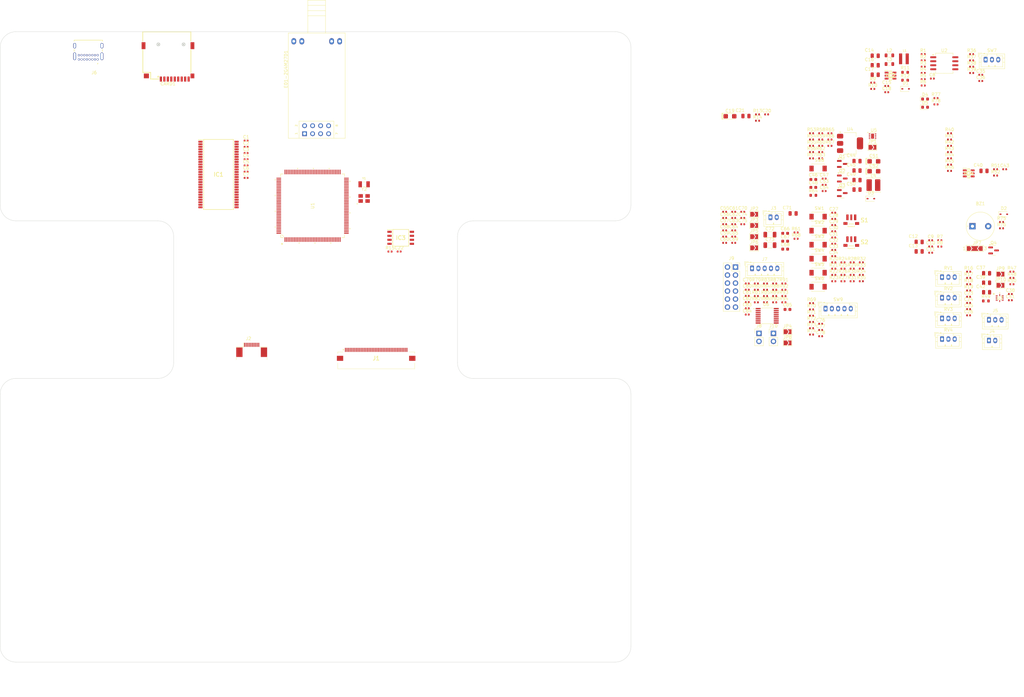
<source format=kicad_pcb>
(kicad_pcb (version 20241229) (generator "pcbnew") (generator_version "9.0")
  (layers (0 "F.Cu" signal) (2 "B.Cu" signal) (13 "F.Paste" user) (15 "B.Paste" user) (5 "F.SilkS" user "F.Silkscreen") (7 "B.SilkS" user "B.Silkscreen") (1 "F.Mask" user) (3 "B.Mask" user) (25 "Edge.Cuts" user))
  (property "BOARD_NAME" "Transmitter")
  (property "COMPANY" "TBD")
  (property "DESIGNER" "Emil Bugajski")
  (property "DOC_TYPE" "Fabrication")
  (property "PROJECT_NAME" "RC Piper")
  (property "RELEASE_DATE" "TBD")
  (property "REVIEWER" "Emil Bugajski")
  (property "REVISION" "0.1")
  (property "VARIANT" "Prototype")
  (net 0 "")
  (net 8 "Net-(BZ1--)")
  (net 9 "Net-(BZ1-+)")
  (net 10 "BLGND")
  (net 11 "BLVDD")
  (net 12 "Net-(IC2-COMP)")
  (net 13 "Net-(C27-Pad1)")
  (net 14 "Net-(C28-Pad1)")
  (net 15 "Net-(C29-Pad1)")
  (net 16 "Net-(C30-Pad1)")
  (net 17 "Net-(C31-Pad1)")
  (net 18 "Net-(C32-Pad1)")
  (net 19 "Net-(C33-Pad1)")
  (net 20 "Net-(C34-Pad1)")
  (net 21 "Net-(SW7-4)")
  (net 22 "Net-(C36-Pad1)")
  (net 23 "VBUS")
  (net 24 "Net-(U3-VDD)")
  (net 25 "VSYS")
  (net 26 "+BATT")
  (net 27 "VSYS_SW")
  (net 28 "Net-(Q1-G)")
  (net 29 "Net-(Q3-G)")
  (net 30 "Net-(D3-K)")
  (net 31 "Net-(U5-FB)")
  (net 32 "+5V")
  (net 33 "VBAT")
  (net 34 "VREF")
  (net 35 "GNDA")
  (net 36 "VDDA")
  (net 37 "VCAP")
  (net 38 "Net-(C78-Pad1)")
  (net 39 "Net-(C81-Pad1)")
  (net 40 "Net-(C82-Pad1)")
  (net 41 "Net-(C83-Pad1)")
  (net 42 "Net-(C84-Pad1)")
  (net 43 "Net-(CARD1-PadCD)")
  (net 44 "GND")
  (net 45 "+3.3V")
  (net 46 "/Project Architecture/LCD - Backlight/BLHV")
  (net 47 "/Project Architecture/Power - Generation and Switch/uC_CTRL")
  (net 48 "Net-(D4-A)")
  (net 49 "Net-(D5-K)")
  (net 52 "/Project Architecture/Interface - RF Transmitter/SPI5_MOSI")
  (net 56 "/Project Architecture/Interface - RF Transmitter/RF_IRQ")
  (net 58 "/Project Architecture/MCU - IO/FMC_D2")
  (net 59 "/Project Architecture/MCU - IO/FMC_D0")
  (net 60 "/Project Architecture/MCU - IO/FMC_SDNRAS")
  (net 61 "/Project Architecture/MCU - IO/FMC_A11")
  (net 62 "/Project Architecture/MCU - IO/FMC_D6")
  (net 63 "/Project Architecture/MCU - IO/FMC_D11")
  (net 64 "/Project Architecture/MCU - IO/FMC_A7")
  (net 65 "/Project Architecture/MCU - IO/FMC_A5")
  (net 66 "/Project Architecture/MCU - IO/FMC_SDNE0")
  (net 67 "/Project Architecture/MCU - IO/FMC_SDNWE")
  (net 68 "/Project Architecture/MCU - IO/FMC_D10")
  (net 69 "/Project Architecture/MCU - IO/FMC_A8")
  (net 70 "/Project Architecture/MCU - IO/FMC_A0")
  (net 71 "/Project Architecture/MCU - IO/FMC_D9")
  (net 72 "/Project Architecture/MCU - IO/FMC_A9")
  (net 73 "/Project Architecture/MCU - IO/FMC_D12")
  (net 74 "/Project Architecture/MCU - IO/FMC_A4")
  (net 76 "/Project Architecture/MCU - IO/FMC_D1")
  (net 77 "/Project Architecture/MCU - IO/FMC_D4")
  (net 78 "/Project Architecture/MCU - IO/FMC_D3")
  (net 79 "/Project Architecture/MCU - IO/FMC_BA1")
  (net 80 "/Project Architecture/MCU - IO/FMC_D7")
  (net 82 "/Project Architecture/MCU - IO/FMC_BA0")
  (net 83 "/Project Architecture/MCU - IO/FMC_A3")
  (net 84 "/Project Architecture/MCU - IO/FMC_NBL1")
  (net 85 "/Project Architecture/MCU - IO/FMC_SDCKE0")
  (net 86 "/Project Architecture/MCU - IO/FMC_D5")
  (net 87 "/Project Architecture/MCU - IO/FMC_D15")
  (net 88 "/Project Architecture/MCU - IO/FMC_D8")
  (net 89 "/Project Architecture/MCU - IO/FMC_A1")
  (net 90 "/Project Architecture/MCU - IO/FMC_SDNCAS")
  (net 91 "/Project Architecture/MCU - IO/FMC_A10")
  (net 92 "/Project Architecture/MCU - IO/FMC_A6")
  (net 93 "/Project Architecture/MCU - IO/FMC_A2")
  (net 94 "/Project Architecture/MCU - IO/FMC_D14")
  (net 95 "/Project Architecture/MCU - IO/FMC_D13")
  (net 96 "/Project Architecture/MCU - IO/FMC_NBL0")
  (net 97 "/Project Architecture/MCU - IO/FMC_SDCLK")
  (net 99 "/Project Architecture/Interface - RF Transmitter/RF_CE")
  (net 100 "/Project Architecture/Interface - RF Transmitter/SPI5_NSS")
  (net 101 "/Project Architecture/Interface - RF Transmitter/SPI5_MISO")
  (net 103 "/Project Architecture/Interface - RF Transmitter/SPI5_SCK")
  (net 104 "/Project Architecture/LCD - Connectors/LTDC_R7")
  (net 105 "/Project Architecture/LCD - Connectors/LTDC_R6")
  (net 106 "/Project Architecture/LCD - Connectors/LTDC_G4")
  (net 107 "/Project Architecture/LCD - Connectors/LTDC_B5")
  (net 108 "/Project Architecture/LCD - Connectors/LTDC_B7")
  (net 109 "/Project Architecture/LCD - Connectors/LTDC_G6")
  (net 110 "/Project Architecture/LCD - Connectors/LTDC_R0")
  (net 111 "/Project Architecture/LCD - Connectors/LTDC_R4")
  (net 112 "/Project Architecture/LCD - Connectors/LTDC_G5")
  (net 113 "/Project Architecture/LCD - Connectors/LTDC_CLK")
  (net 114 "/Project Architecture/LCD - Connectors/LTDC_G1")
  (net 115 "/Project Architecture/LCD - Connectors/LTDC_VSYNC")
  (net 116 "/Project Architecture/LCD - Connectors/LTDC_R2")
  (net 117 "/Project Architecture/LCD - Connectors/LTDC_B0")
  (net 118 "/Project Architecture/LCD - Connectors/LTDC_G7")
  (net 119 "/Project Architecture/LCD - Connectors/LTDC_B3")
  (net 120 "/Project Architecture/LCD - Connectors/LTDC_R1")
  (net 121 "/Project Architecture/LCD - Connectors/LTDC_R3")
  (net 122 "/Project Architecture/LCD - Connectors/LTDC_B4")
  (net 123 "/Project Architecture/LCD - Connectors/LTDC_R5")
  (net 124 "/Project Architecture/LCD - Connectors/LTDC_B1")
  (net 125 "/Project Architecture/LCD - Connectors/LTDC_DE")
  (net 126 "/Project Architecture/LCD - Connectors/LTDC_G3")
  (net 127 "/Project Architecture/LCD - Connectors/LTDC_G2")
  (net 128 "/Project Architecture/LCD - Connectors/LCD_DISP")
  (net 129 "/Project Architecture/LCD - Connectors/LTDC_G0")
  (net 130 "/Project Architecture/LCD - Connectors/LTDC_B2")
  (net 131 "/Project Architecture/LCD - Connectors/LTDC_HSYNC")
  (net 132 "/Project Architecture/LCD - Connectors/LTDC_B6")
  (net 133 "Net-(U2-A0)")
  (net 134 "Net-(U2-A1)")
  (net 135 "Net-(U2-A2)")
  (net 136 "Net-(U2-WP)")
  (net 137 "/Project Architecture/Memory - EEPROM/EEPROM_SDA")
  (net 138 "/Project Architecture/LCD - Connectors/I2C3_SDA")
  (net 139 "/Project Architecture/Memory - EEPROM/EEPROM_SCL")
  (net 140 "/Project Architecture/LCD - Connectors/I2C3_SCL")
  (net 141 "/Project Architecture/MCU - IO/TIM2_CH1")
  (net 142 "/Project Architecture/MCU - IO/SDMMC2_D3")
  (net 143 "/Project Architecture/MCU - IO/SDMMC2_D1")
  (net 144 "/Project Architecture/MCU - IO/ADC1_INP8")
  (net 145 "/Project Architecture/MCU - IO/ADC1_INP4")
  (net 146 "/Project Architecture/MCU - IO/ADC1_INP16")
  (net 147 "/Project Architecture/MCU - IO/SDMMC2_CK")
  (net 148 "/Project Architecture/MCU - IO/QUADSPI_CLK")
  (net 149 "/Project Architecture/MCU - IO/SDMMC2_D2")
  (net 150 "/Project Architecture/MCU - IO/QUADSPI_BK1_NCS")
  (net 151 "/Project Architecture/MCU - IO/QUADSPI_BK1_IO1")
  (net 152 "/Project Architecture/MCU - IO/ADC1_INP7")
  (net 153 "/Project Architecture/MCU - IO/SDMMC2_CMD")
  (net 154 "/Project Architecture/MCU - IO/QUADSPI_BK1_IO2")
  (net 155 "/Project Architecture/MCU - IO/QUADSPI_BK1_IO0")
  (net 156 "/Project Architecture/MCU - IO/TIM2_CH2")
  (net 157 "/Project Architecture/MCU - IO/QUADSPI_BK1_IO3")
  (net 158 "/Project Architecture/LCD - Backlight/LCD_BACKLIGHT_V+")
  (net 159 "/Project Architecture/LCD - Backlight/LCD_BACKLIGHT_V-")
  (net 161 "/Project Architecture/LCD - Connectors/CTP_RESET")
  (net 163 "/Project Architecture/LCD - Backlight/CTRL")
  (net 164 "/Project Architecture/Interface - USB FS/USB_OTG_FS_DP")
  (net 165 "/Project Architecture/Interface - USB FS/DM")
  (net 166 "/Project Architecture/Interface - USB FS/DP")
  (net 167 "/Project Architecture/Interface - USB FS/USB_OTG_FS_DM")
  (net 170 "/Project Architecture/LCD - Connectors/CTP_IRQ")
  (net 171 "Net-(J3-Pin_1)")
  (net 172 "/Project Architecture/Power - Battery/NTC_BATT")
  (net 174 "Net-(J6-CC1)")
  (net 175 "Net-(J6-CC2)")
  (net 177 "Net-(J7-Pin_1)")
  (net 178 "/Project Architecture/Auxiliary/DEBUG_SWCLK")
  (net 179 "/Project Architecture/Auxiliary/DEBUG_SWDIO")
  (net 180 "/Project Architecture/Auxiliary/PG2")
  (net 181 "/Project Architecture/Auxiliary/PB13")
  (net 182 "/Project Architecture/Auxiliary/PG9")
  (net 183 "/Project Architecture/Auxiliary/PE3")
  (net 184 "/Project Architecture/Auxiliary/PD5")
  (net 185 "/Project Architecture/Auxiliary/PG3")
  (net 186 "Net-(JP5-A)")
  (net 187 "Net-(U5-SW)")
  (net 188 "Net-(Q1-D)")
  (net 189 "/Project Architecture/Power - Generation and Switch/VBUS_CTRL")
  (net 190 "Net-(Q2-G)")
  (net 191 "Net-(Q4-G)")
  (net 192 "/Project Architecture/LCD - Backlight/BACKLIGHT_PWM")
  (net 193 "Net-(R11-Pad2)")
  (net 194 "/Project Architecture/UI - Joysticks/LX")
  (net 195 "/Project Architecture/UI - Joysticks/LY")
  (net 196 "/Project Architecture/UI - Joysticks/RX")
  (net 197 "/Project Architecture/UI - Joysticks/RY")
  (net 198 "Net-(U3-NTC)")
  (net 199 "Net-(U5-ILIM)")
  (net 200 "Net-(R60-Pad2)")
  (net 201 "Net-(R69-Pad2)")
  (net 202 "Net-(R70-Pad2)")
  (net 203 "/Project Architecture/Auxiliary/RCC_OSC32_IN")
  (net 204 "/Project Architecture/Auxiliary/RCC_OSC32_OUT")
  (net 205 "/Project Architecture/Auxiliary/RCC_OSC_IN")
  (net 206 "/Project Architecture/Auxiliary/RCC_OSC_OUT")
  (net 207 "Net-(U6-A2)")
  (net 208 "Net-(U6-A1)")
  (net 209 "Net-(U6-A0)")
  (net 210 "Net-(U6-SDA)")
  (net 211 "Net-(U6-SCL)")
  (net 216 "/Project Architecture/MCU - IO/PDR_ON")
  (net 217 "/Project Architecture/MCU - IO/ENC_BUTTON")
  (net 218 "/Project Architecture/MCU - IO/LED")
  (net 219 "/Project Architecture/MCU - IO/EXPANDER_INT")
  (net 220 "/Project Architecture/MCU - IO/BOOT0")
  (net 221 "/Project Architecture/MCU - IO/uC_PWR")
  (net 222 "/Project Architecture/MCU - IO/CHARGER_INT")
  (net 223 "/Project Architecture/MCU - IO/BUZZER")
  (net 226 "/Project Architecture/Auxiliary/BUTTON2")
  (net 227 "/Project Architecture/Auxiliary/BUTTON5")
  (net 228 "/Project Architecture/Auxiliary/BUTTON0")
  (net 229 "/Project Architecture/Auxiliary/BUTTON4")
  (net 230 "/Project Architecture/Auxiliary/BUTTON3")
  (net 231 "/Project Architecture/Auxiliary/BUTTON1")
  (net 232 "/Project Architecture/Auxiliary/BUTTON7")
  (net 233 "/Project Architecture/Auxiliary/BUTTON6")
  (net 234 "/Project Architecture/Auxiliary/TOGGLE0")
  (net 235 "/Project Architecture/Auxiliary/TOGGLE1")
  (net 236 "/Project Architecture/MCU - IO/CD")
  (net 237 "/Project Architecture/CTP_RESET")
  (net 238 "/Project Architecture/I2C3_SDA")
  (net 239 "/Project Architecture/I2C3_SCL")
  (footprint "0_inductors:L_0805_2012Metric" (layer "F.Cu") (at 303.44 29)
    (property "Reference" "L2")
    (property "Value" "GZ2012D601TF")
  )
  (footprint "0_connectors:JST_PH_B3B-PH-K_1x03_P2.00mm_Vertical" (layer "F.Cu") (at 320.14 112.46)
    (property "Reference" "RV3")
    (property "Value" "RightX")
  )
  (footprint "0_capacitors:C_0805_2012Metric" (layer "F.Cu") (at 312.87 88.19)
    (property "Reference" "C12")
    (property "Value" "4.7uF")
  )
  (footprint "0_capacitors:C_0402_1005Metric" (layer "F.Cu") (at 251.21 86.51)
    (property "Reference" "C59")
    (property "Value" "100nF")
  )
  (footprint "0_resistors:R_0402_1005Metric" (layer "F.Cu") (at 264.16 103.38)
    (property "Reference" "R84")
    (property "Value" "10kΩ")
  )
  (footprint "0_capacitors:C_0402_1005Metric" (layer "F.Cu") (at 99.476 60)
    (property "Reference" "C3")
    (property "Value" "100nF")
  )
  (footprint "0_capacitors:C_0805_2012Metric" (layer "F.Cu") (at 293.17 68.57)
    (property "Reference" "C49")
    (property "Value" "22uF")
  )
  (footprint "0_capacitors:C_0402_1005Metric" (layer "F.Cu") (at 99.476 61.97)
    (property "Reference" "C4")
    (property "Value" "100nF")
  )
  (footprint "0_capacitors:C_0805_2012Metric" (layer "F.Cu") (at 272.91 79.15)
    (property "Reference" "C71")
    (property "Value" "4.7uF")
  )
  (footprint "0_capacitors:C_0402_1005Metric" (layer "F.Cu") (at 254.08 78.63)
    (property "Reference" "C61")
    (property "Value" "100nF")
  )
  (footprint "0_resistors:R_0402_1005Metric" (layer "F.Cu") (at 285.81 98.67)
    (property "Reference" "R22")
    (property "Value" "5.1kΩ")
  )
  (footprint "Jumper:SolderJumper-2_P1.3mm_Open_TrianglePad1.0x1.5mm" (layer "F.Cu") (at 271.15 120.23)
    (property "Reference" "JP8")
    (property "Value" "NO")
  )
  (footprint "0_resistors:R_0402_1005Metric" (layer "F.Cu") (at 342.28 101.61)
    (property "Reference" "R50")
    (property "Value" "0Ω")
  )
  (footprint "0_resistors:R_0402_1005Metric" (layer "F.Cu") (at 322.5 57.7)
    (property "Reference" "R42")
    (property "Value" "47kΩ")
  )
  (footprint "0_resistors:R_0402_1005Metric" (layer "F.Cu") (at 328.57 97.63)
    (property "Reference" "R16")
    (property "Value" "0Ω")
  )
  (footprint "0_capacitors:C_0402_1005Metric" (layer "F.Cu") (at 258.36 111.23)
    (property "Reference" "C84")
    (property "Value" "6.8pF")
  )
  (footprint "0_resistors:R_0402_1005Metric" (layer "F.Cu") (at 329.52 28.62)
    (property "Reference" "R36")
    (property "Value" "5.1kΩ")
  )
  (footprint "0_resistors:R_0402_1005Metric" (layer "F.Cu") (at 267.07 105.37)
    (property "Reference" "R89")
    (property "Value" "5.1kΩ")
  )
  (footprint "0_resistors:R_0402_1005Metric" (layer "F.Cu") (at 288.72 98.67)
    (property "Reference" "R26")
    (property "Value" "5.1kΩ")
  )
  (footprint "0_capacitors:C_1206_3216Metric" (layer "F.Cu") (at 265.56 85.87)
    (property "Reference" "C72")
    (property "Value" "2.2uF")
  )
  (footprint "0_resistors:R_0402_1005Metric" (layer "F.Cu") (at 329.52 34.59)
    (property "Reference" "R39")
    (property "Value" "47kΩ")
  )
  (footprint "0_resistors:R_0402_1005Metric" (layer "F.Cu") (at 267.07 101.39)
    (property "Reference" "R87")
    (property "Value" "0Ω")
  )
  (footprint "0_capacitors:C_0402_1005Metric" (layer "F.Cu") (at 281.65 118.11)
    (property "Reference" "C78")
    (property "Value" "100nF")
  )
  (footprint "0_capacitors:C_0402_1005Metric" (layer "F.Cu") (at 251.21 84.54)
    (property "Reference" "C58")
    (property "Value" "100nF")
  )
  (footprint "Connector_PinSocket_2.54mm:PinSocket_2x06_P2.54mm_Vertical" (layer "F.Cu") (at 254.64 96.17)
    (property "Reference" "J9")
    (property "Value" "Conn_02x06_Odd_Even")
  )
  (footprint "0_resistors:R_0402_1005Metric" (layer "F.Cu") (at 328.57 103.6)
    (property "Reference" "R19")
    (property "Value" "0Ω")
  )
  (footprint "0_capacitors:C_0402_1005Metric" (layer "F.Cu") (at 341.78 106.69)
    (property "Reference" "C41")
    (property "Value" "100nF")
  )
  (footprint "0_resistors:R_0402_1005Metric" (layer "F.Cu") (at 267.07 107.36)
    (property "Reference" "R90")
    (property "Value" "5.1kΩ")
  )
  (footprint "Jumper:SolderJumper-3_P2.0mm_Open_TrianglePad1.0x1.5mm_NumberLabels" (layer "F.Cu") (at 330.5 90.28)
    (property "Reference" "JP7")
    (property "Value" "SolderJumper_3_Bridged12")
  )
  (footprint "0_capacitors:C_0402_1005Metric" (layer "F.Cu") (at 281.65 114.17)
    (property "Reference" "C76")
    (property "Value" "100nF")
  )
  (footprint "0_resistors:R_0402_1005Metric" (layer "F.Cu") (at 322.5 63.67)
    (property "Reference" "R45")
    (property "Value" "0Ω")
  )
  (footprint "0_resistors:R_0402_1005Metric" (layer "F.Cu") (at 284.58 55.71)
    (property "Reference" "R66")
    (property "Value" "100kΩ")
  )
  (footprint "0_resistors:R_0402_1005Metric" (layer "F.Cu") (at 318.21 42.56)
    (property "Reference" "R77")
    (property "Value" "1kΩ")
  )
  (footprint "0_resistors:R_0402_1005Metric" (layer "F.Cu") (at 314.16 30.61)
    (property "Reference" "R2")
    (property "Value" "10kΩ")
  )
  (footprint "0_capacitors:C_0402_1005Metric" (layer "F.Cu") (at 317.05 36.36)
    (property "Reference" "C8")
    (property "Value" "100nF")
  )
  (footprint "0_switches:SW_TS-1088-AR02016" (layer "F.Cu") (at 280.83 80.16)
    (property "Reference" "SW1")
    (property "Value" "Button SPST SMD Tactile Switch")
  )
  (footprint "LED_SMD:LED_0603_1608Metric" (layer "F.Cu") (at 314.75 42.86)
    (property "Reference" "D4")
    (property "Value" "RED")
  )
  (footprint "0_resistors:R_0402_1005Metric" (layer "F.Cu") (at 294.54 94.69)
    (property "Reference" "R32")
    (property "Value" "5.1kΩ")
  )
  (footprint "0_resistors:R_0402_1005Metric" (layer "F.Cu") (at 314.16 32.6)
    (property "Reference" "R3")
    (property "Value" "10kΩ")
  )
  (footprint "Connector_JST:JST_PH_B2B-PH-K_1x02_P2.00mm_Vertical" (layer "F.Cu") (at 335 119.45)
    (property "Reference" "J4")
    (property "Value" "B2B-PH-K-S")
  )
  (footprint "0_capacitors:C_0402_1005Metric" (layer "F.Cu") (at 99.476 65.91)
    (property "Reference" "C6")
    (property "Value" "100nF")
  )
  (footprint "0_resistors:R_0402_1005Metric" (layer "F.Cu") (at 278.76 107.63)
    (property "Reference" "R69")
    (property "Value" "10kΩ")
  )
  (footprint "0_capacitors:CP_EIA-3216-18_Kemet-A" (layer "F.Cu") (at 252.895 48.32)
    (property "Reference" "C19")
    (property "Value" "10uF 16V")
  )
  (footprint "0_capacitors:C_0805_2012Metric" (layer "F.Cu") (at 293.17 71.58)
    (property "Reference" "C50")
    (property "Value" "22uF")
  )
  (footprint "0_connectors:TF-SMD_TF-PUSH" (layer "F.Cu") (at 74.71 31.22 180)
    (property "Reference" "CARD1")
    (property "Value" "~")
    (fp_poly (pts (xy 3.644867 5.621684) (xy 3.604328 5.47039) (xy 3.526012 5.334743) (xy 3.415257 5.223988) (xy 3.27961 5.145672) (xy 3.128316 5.105133) (xy 2.971684 5.105133) (xy 2.82039 5.145672) (xy 2.684743 5.223988) (xy 2.573988 5.334743) (xy 2.495672 5.47039) (xy 2.455133 5.621684) (xy 2.455133 5.778316) (xy 2.495672 5.92961) (xy 2.573988 6.065257) (xy 2.684743 6.176012) (xy 2.82039 6.254328) (xy 2.971684 6.294867) (xy 3.128316 6.294867) (xy 3.27961 6.254328) (xy 3.415257 6.176012) (xy 3.526012 6.065257) (xy 3.604328 5.92961) (xy 3.644867 5.778316)) (fill yes) (layer "Edge.Cuts"))
    (fp_poly (pts (xy -4.355133 5.621684) (xy -4.395672 5.47039) (xy -4.473988 5.334743) (xy -4.584743 5.223988) (xy -4.72039 5.145672) (xy -4.871684 5.105133) (xy -5.028316 5.105133) (xy -5.17961 5.145672) (xy -5.315257 5.223988) (xy -5.426012 5.334743) (xy -5.504328 5.47039) (xy -5.544867 5.621684) (xy -5.544867 5.778316) (xy -5.504328 5.92961) (xy -5.426012 6.065257) (xy -5.315257 6.176012) (xy -5.17961 6.254328) (xy -5.028316 6.294867) (xy -4.871684 6.294867) (xy -4.72039 6.254328) (xy -4.584743 6.176012) (xy -4.473988 6.065257) (xy -4.395672 5.92961) (xy -4.355133 5.778316)) (fill yes) (layer "Edge.Cuts"))
  )
  (footprint "0_resistors:R_0402_1005Metric" (layer "F.Cu") (at 273.85 87.18)
    (property "Reference" "R68")
    (property "Value" "0Ω")
  )
  (footprint "0_capacitors:C_0402_1005Metric" (layer "F.Cu") (at 332.41 35.16)
    (property "Reference" "C35")
    (property "Value" "100nF")
  )
  (footprint "0_capacitors:C_0805_2012Metric" (layer "F.Cu") (at 298.94 32.14)
    (property "Reference" "C16")
    (property "Value" "4.7uF")
  )
  (footprint "0_inductors:L_0805_2012Metric" (layer "F.Cu") (at 303.44 31.75)
    (property "Reference" "L3")
    (property "Value" "GZ2012D601TF")
  )
  (footprint "0_resistors:R_0402_1005Metric" (layer "F.Cu") (at 281.67 53.72)
    (property "Reference" "R58")
    (property "Value" "0Ω")
  )
  (footprint "0_resistors:R_0402_1005Metric" (layer "F.Cu") (at 298.17 37.65)
    (property "Reference" "R9")
    (property "Value" "0Ω")
  )
  (footprint "0_resistors:R_0402_1005Metric" (layer "F.Cu") (at 261.63 49.73)
    (property "Reference" "R14")
    (property "Value" "10kΩ")
  )
  (footprint "0_inductors:IND_VLS3012HBX-100M" (layer "F.Cu") (at 308.04 30.1)
    (property "Reference" "L1")
    (property "Value" "1.33A 10uH")
  )
  (footprint "0_capacitors:C_0402_1005Metric" (layer "F.Cu") (at 254.08 88.48)
    (property "Reference" "C69")
    (property "Value" "100nF")
  )
  (footprint "0_capacitors:C_0402_1005Metric" (layer "F.Cu") (at 328.55 109.52)
    (property "Reference" "C25")
    (property "Value" "100nF")
  )
  (footprint "0_integrated_circuits:SOT95P280X145-6N" (layer "F.Cu") (at 303.79 35.425)
    (property "Reference" "IC2")
    (property "Value" "TPS61165DBVR" (hide yes))
  )
  (footprint "0_resistors:R_0402_1005Metric" (layer "F.Cu") (at 328.57 99.62)
    (property "Reference" "R17")
    (property "Value" "0Ω")
  )
  (footprint "0_resistors:R_0402_1005Metric" (layer "F.Cu") (at 291.63 94.69)
    (property "Reference" "R28")
    (property "Value" "5.1kΩ")
  )
  (footprint "0_capacitors:C_0402_1005Metric" (layer "F.Cu") (at 254.08 82.57)
    (property "Reference" "C63")
    (property "Value" "100nF")
  )
  (footprint "Jumper:SolderJumper-2_P1.3mm_Open_TrianglePad1.0x1.5mm" (layer "F.Cu") (at 338.65 101.96)
    (property "Reference" "JP10")
    (property "Value" "NO")
  )
  (footprint "0_resistors:R_0402_1005Metric" (layer "F.Cu") (at 264.16 107.36)
    (property "Reference" "R86")
    (property "Value" "10kΩ")
  )
  (footprint "0_connectors:JST_PH_B3B-PH-K_1x03_P2.00mm_Vertical" (layer "F.Cu") (at 320.14 119.01)
    (property "Reference" "RV4")
    (property "Value" "RightY")
  )
  (footprint "0_switches:SKRTLAE010" (layer "F.Cu") (at 291.35 88.585)
    (property "Reference" "S2")
    (property "Value" "SKRTLAE010" (hide yes))
  )
  (footprint "0_resistors:R_0402_1005Metric" (layer "F.Cu") (at 319.42 87.68)
    (property "Reference" "R7")
    (property "Value" "10kΩ")
  )
  (footprint "0_resistors:R_0402_1005Metric" (layer "F.Cu") (at 294.54 96.68)
    (property "Reference" "R33")
    (property "Value" "47kΩ")
  )
  (footprint "0_switches:SW_TS-1088-AR02016" (layer "F.Cu") (at 280.83 102.41)
    (property "Reference" "SW6")
    (property "Value" "Button SPST SMD Tactile Switch")
  )
  (footprint "Package_TO_SOT_SMD:SOT-23" (layer "F.Cu") (at 288.49 68.07)
    (property "Reference" "Q2")
    (property "Value" "AO3400A")
  )
  (footprint "0_capacitors:C_0402_1005Metric" (layer "F.Cu") (at 254.08 84.54)
    (property "Reference" "C64")
    (property "Value" "100nF")
  )
  (footprint "0_capacitors:C_0402_1005Metric" (layer "F.Cu") (at 316.53 91.61)
    (property "Reference" "C11")
    (property "Value" "100nF")
  )
  (footprint "0_resistors:R_0603_1608Metric" (layer "F.Cu") (at 308.42 36.89)
    (property "Reference" "R12")
    (property "Value" "2Ω")
  )
  (footprint "0_resistors:R_0402_1005Metric" (layer "F.Cu") (at 281.67 61.68)
    (property "Reference" "R63")
    (property "Value" "330Ω")
  )
  (footprint "0_resistors:R_0402_1005Metric" (layer "F.Cu") (at 269.98 101.39)
    (property "Reference" "R91")
    (property "Value" "10kΩ")
  )
  (footprint "0_resistors:R_0402_1005Metric" (layer "F.Cu") (at 145.105 91.245)
    (property "Reference" "R15")
    (property "Value" "10kΩ")
  )
  (footprint "0_capacitors:C_0402_1005Metric" (layer "F.Cu") (at 258.36 105.32)
    (property "Reference" "C81")
    (property "Value" "6.8pF")
  )
  (footprint "0_resistors:R_0603_1608Metric" (layer "F.Cu") (at 279.31 73.4)
    (property "Reference" "R64")
    (property "Value" "300kΩ")
  )
  (footprint "Package_TO_SOT_SMD:SOT-223-3_TabPin2" (layer "F.Cu") (at 290.96 56.925)
    (property "Reference" "U4")
    (property "Value" "AMS1117-3.3")
  )
  (footprint "0_capacitors:C_0402_1005Metric" (layer "F.Cu") (at 147.995 91.235)
    (property "Reference" "C22")
    (property "Value" "100nF")
  )
  (footprint "0_transistors:SOT-23" (layer "F.Cu") (at 288.49 72.695)
    (property "Reference" "Q3")
    (property "Value" "SI2301CDS-T1-GE3")
  )
  (footprint "0_capacitors:C_0402_1005Metric" (layer "F.Cu") (at 316.53 89.64)
    (property "Reference" "C10")
    (property "Value" "100nF")
  )
  (footprint "0_capacitors:C_0805_2012Metric" (layer "F.Cu") (at 334.25 98.14)
    (property "Reference" "C37")
    (property "Value" "4.7uF")
  )
  (footprint "0_capacitors:C_0805_2012Metric" (layer "F.Cu") (at 298.94 35.15)
    (property "Reference" "C17")
    (property "Value" "4.7uF")
  )
  (footprint "Inductor_SMD:L_Cenker_CKCS4018" (layer "F.Cu") (at 298.37 70.165)
    (property "Reference" "L4")
    (property "Value" "1.8A 1uH")
  )
  (footprint "0_capacitors:C_1206_3216Metric" (layer "F.Cu") (at 265.56 89.22)
    (property "Reference" "C73")
    (property "Value" "2.2uF")
  )
  (footprint "0_resistors:R_0402_1005Metric" (layer "F.Cu") (at 261.25 103.38)
    (property "Reference" "R80")
    (property "Value" "0Ω")
  )
  (footprint "Connector_PinHeader_2.54mm:PinHeader_1x02_P2.54mm_Vertical" (layer "F.Cu") (at 262.09 117.2)
    (property "Reference" "J8")
    (property "Value" "~")
  )
  (footprint "0_capacitors:C_0402_1005Metric" (layer "F.Cu") (at 256.95 82.57)
    (property "Reference" "C75")
    (property "Value" "100nF")
  )
  (footprint "Package_SON:WSON-8-1EP_2x2mm_P0.5mm_EP0.9x1.6mm" (layer "F.Cu") (at 298.095 54.635)
    (property "Reference" "U5")
    (property "Value" "TPS61252DSG")
  )
  (footprint "0_capacitors:C_0402_1005Metric" (layer "F.Cu") (at 302.6 38.71)
    (property "Reference" "C15")
    (property "Value" "100nF")
  )
  (footprint "0_resistors:R_0402_1005Metric" (layer "F.Cu") (at 278.76 55.71)
    (property "Reference" "R54")
    (property "Value" "0Ω")
  )
  (footprint "0_capacitors:C_0402_1005Metric" (layer "F.Cu") (at 285.79 78.92)
    (property "Reference" "C27")
    (property "Value" "100nF")
  )
  (footprint "0_resistors:R_0402_1005Metric" (layer "F.Cu") (at 294.54 100.66)
    (property "Reference" "R35")
    (property "Value" "47kΩ")
  )
  (footprint "0_resistors:R_0402_1005Metric" (layer "F.Cu") (at 314.16 28.62)
    (property "Reference" "R1")
    (property "Value" "10kΩ")
  )
  (footprint "0_capacitors:C_0402_1005Metric" (layer "F.Cu") (at 256.95 78.63)
    (property "Reference" "C70")
    (property "Value" "100nF")
  )
  (footprint "0_capacitors:C_0402_1005Metric" (layer "F.Cu") (at 328.55 111.49)
    (property "Reference" "C26")
    (property "Value" "100nF")
  )
  (footprint "0_resistors:R_0402_1005Metric" (layer "F.Cu") (at 281.67 55.71)
    (property "Reference" "R59")
    (property "Value" "0Ω")
  )
  (footprint "0_switches:SW_TS-1088-AR02016" (layer "F.Cu") (at 280.83 97.96)
    (property "Reference" "SW5")
    (property "Value" "Button SPST SMD Tactile Switch")
  )
  (footprint "0_capacitors:C_0402_1005Metric" (layer "F.Cu") (at 328.55 105.58)
    (property "Reference" "C23")
    (property "Value" "100nF")
  )
  (footprint "0_capacitors:C_0402_1005Metric" (layer "F.Cu") (at 251.21 80.6)
    (property "Reference" "C56")
    (property "Value" "100nF")
  )
  (footprint "Jumper:SolderJumper-2_P1.3mm_Open_TrianglePad1.0x1.5mm" (layer "F.Cu") (at 260.56 90.07)
    (property "Reference" "JP6")
    (property "Value" "NC")
  )
  (footprint "0_resistors:R_0402_1005Metric" (layer "F.Cu") (at 291.63 98.67)
    (property "Reference" "R30")
    (property "Value" "5.1kΩ")
  )
  (footprint "0_resistors:R_0402_1005Metric" (layer "F.Cu") (at 273.85 85.19)
    (property "Reference" "R61")
    (property "Value" "0Ω")
  )
  (footprint "0_resistors:R_0402_1005Metric" (layer "F.Cu") (at 291.63 96.68)
    (property "Reference" "R29")
    (property "Value" "47kΩ")
  )
  (footprint "0_resistors:R_0402_1005Metric" (layer "F.Cu") (at 322.5 55.71)
    (property "Reference" "R41")
    (property "Value" "47kΩ")
  )
  (footprint "0_capacitors:C_0402_1005Metric" (layer "F.Cu") (at 258.36 109.26)
    (property "Reference" "C83")
    (property "Value" "6.8pF")
  )
  (footprint "0_diodes:D_SOD-323" (layer "F.Cu") (at 297.565 74.46)
    (property "Reference" "D3")
    (property "Value" "1N5819WS")
  )
  (footprint "0_resistors:R_0402_1005Metric" (layer "F.Cu") (at 261.63 47.74)
    (property "Reference" "R13")
    (property "Value" "10kΩ")
  )
  (footprint "0_diodes:D_SOD-323" (layer "F.Cu") (at 339.715 79.41)
    (property "Reference" "D2")
    (property "Value" "1N5819WS")
  )
  (footprint "0_resistors:R_0402_1005Metric" (layer "F.Cu") (at 278.76 117.58)
    (property "Reference" "R74")
    (property "Value" "47kΩ")
  )
  (footprint "0_resistors:R_0402_1005Metric" (layer "F.Cu") (at 294.54 98.67)
    (property "Reference" "R34")
    (property "Value" "5.1kΩ")
  )
  (footprint "0_capacitors:C_0402_1005Metric" (layer "F.Cu") (at 258.36 107.29)
    (property "Reference" "C82")
    (property "Value" "6.8pF")
  )
  (footprint "0_resistors:R_0402_1005Metric" (layer "F.Cu") (at 269.98 105.37)
    (property "Reference" "R93")
    (property "Value" "10kΩ")
  )
  (footprint "0_resistors:R_0402_1005Metric" (layer "F.Cu") (at 291.63 100.66)
    (property "Reference" "R31")
    (property "Value" "47kΩ")
  )
  (footprint "0_resistors:R_0402_1005Metric" (layer "F.Cu") (at 339 83.87)
    (property "Reference" "R76")
    (property "Value" "47kΩ")
  )
  (footprint "0_switches:SW_TS-1088-AR02016" (layer "F.Cu") (at 280.83 64.9)
    (property "Reference" "SW8")
    (property "Value" "Button SPST SMD Tactile Switch")
  )
  (footprint "0_capacitors:C_0603_1608Metric" (layer "F.Cu") (at 271.12 109.61)
    (property "Reference" "C85")
    (property "Value" "1uF")
  )
  (footprint "0_capacitors:C_0402_1005Metric" (layer "F.Cu") (at 302.6 40.68)
    (property "Reference" "C18")
    (property "Value" "220nF")
  )
  (footprint "0_capacitors:C_0402_1005Metric" (layer "F.Cu") (at 340 65.13)
    (property "Reference" "C43")
    (property "Value" "100nF")
  )
  (footprint "0_resistors:R_0402_1005Metric" (layer "F.Cu") (at 267.07 103.38)
    (property "Reference" "R88")
    (property "Value" "0Ω")
  )
  (footprint "0_connectors:GCT_USB4085-GF-A_REVB" (layer "F.Cu") (at 49.44 25.92 180)
    (property "Reference" "J6")
    (property "Value" "USB4085-GF-A")
  )
  (footprint "0_capacitors:C_0402_1005Metric" (layer "F.Cu") (at 282.75 72.05)
    (property "Reference" "C54")
    (property "Value" "100nF")
  )
  (footprint "0_capacitors:C_0603_1608Metric" (layer "F.Cu") (at 279.31 70.89)
    (property "Reference" "C48")
    (property "Value" "100pF")
  )
  (footprint "0_resistors:R_0402_1005Metric" (layer "F.Cu") (at 261.25 107.36)
    (property "Reference" "R82")
    (property "Value" "0Ω")
  )
  (footprint "0_resistors:R_0402_1005Metric" (layer "F.Cu") (at 337.11 65.14)
    (property "Reference" "R51")
    (property "Value" "5.1kΩ")
  )
  (footprint "0_resistors:R_0402_1005Metric" (layer "F.Cu") (at 322.5 53.72)
    (property "Reference" "R40")
    (property "Value" "47kΩ")
  )
  (footprint "0_switches:SKRTLAE010" (layer "F.Cu") (at 291.35 81.635)
    (property "Reference" "S1")
    (property "Value" "SKRTLAE010" (hide yes))
  )
  (footprint "0_connectors:JST_PH_B3B-PH-K_1x03_P2.00mm_Vertical" (layer "F.Cu") (at 320.14 105.91)
    (property "Reference" "RV2")
    (property "Value" "LeftY")
  )
  (footprint "0_resistors:R_0402_1005Metric" (layer "F.Cu") (at 314.16 38.57)
    (property "Reference" "R6")
    (property "Value" "0Ω")
  )
  (footprint "0_capacitors:C_0402_1005Metric" (layer "F.Cu") (at 282.75 68.11)
    (property "Reference" "C47")
    (property "Value" "100nF")
  )
  (footprint "0_switches:SW_TS-1088-AR02016" (layer "F.Cu") (at 280.83 89.06)
    (property "Reference" "SW3")
    (property "Value" "Button SPST SMD Tactile Switch")
  )
  (footprint "0_capacitors:C_0402_1005Metric" (layer "F.Cu") (at 254.08 86.51)
    (property "Reference" "C65")
    (property "Value" "100nF")
  )
  (footprint "0_connectors:JST_PH_B3B-PH-K_1x03_P2.00mm_Vertical" (layer "F.Cu") (at 333.95 30.35)
    (property "Reference" "SW7")
    (property "Value" "SW_SPDT_MSM")
  )
  (footprint "0_resistors:R_0402_1005Metric" (layer "F.Cu") (at 278.76 109.62)
    (property "Reference" "R70")
    (property "Value" "10kΩ")
  )
  (footprint "0_capacitors:C_0402_1005Metric" (layer "F.Cu") (at 285.79 84.83)
    (property "Reference" "C30")
    (property "Value" "100nF")
  )
  (footprint "0_capacitors:C_0402_1005Metric" (layer "F.Cu") (at 99.476 63.94)
    (property "Reference" "C5")
    (property "Value" "100nF")
  )
  (footprint "0_capacitors:C_0603_1608Metric" (layer "F.Cu") (at 270.39 85.45)
    (property "Reference" "C66")
    (property "Value" "1uF")
  )
  (footprint "0_capacitors:C_0402_1005Metric" (layer "F.Cu") (at 99.476 67.88)
    (property "Reference" "C7")
    (property "Value" "100nF")
  )
  (footprint "0_capacitors:C_0402_1005Metric" (layer "F.Cu") (at 282.75 70.08)
    (property "Reference" "C53")
    (property "Value" "100nF")
  )
  (footprint "0_resistors:R_0402_1005Metric" (layer "F.Cu") (at 342.28 97.63)
    (property "Reference" "R47")
    (property "Value" "10kΩ")
  )
  (footprint "0_capacitors:C_0402_1005Metric" (layer "F.Cu") (at 285.79 90.74)
    (property "Reference" "C33")
    (property "Value" "100nF")
  )
  (footprint "0_integrated_circuits:SOIC127P790X216-8L" (layer "F.Cu") (at 148.5 86.88)
    (property "Reference" "IC3")
    (property "Value" "MT25QL128ABA1ESE-0SIT" (hide yes))
  )
  (footprint "0_capacitors:C_0402_1005Metric" (layer "F.Cu") (at 285.79 92.71)
    (property "Reference" "C34")
    (property "Value" "100nF")
  )
  (footprint "0_capacitors:CP_EIA-3216-18_Kemet-A" (layer "F.Cu") (at 298.515 62.62)
    (property "Reference" "C51")
    (property "Value" "10uF 16V")
  )
  (footprint "0_resistors:R_0402_1005Metric" (layer "F.Cu") (at 288.72 96.68)
    (property "Reference" "R25")
    (property "Value" "47kΩ")
  )
  (footprint "0_integrated_circuits:SOT95P280X145-6N" (layer "F.Cu") (at 328.58 66.445)
    (property "Reference" "IC4")
    (property "Value" "USBLC6-2SC6" (hide yes))
  )
  (footprint "0_resistors:R_0603_1608Metric" (layer "F.Cu") (at 334.03 106.92)
    (property "Reference" "R49")
    (property "Value" "300kΩ")
  )
  (footprint "0_resistors:R_0402_1005Metric" (layer "F.Cu") (at 319.42 89.67)
    (property "Reference" "R8")
    (property "Value" "10kΩ")
  )
  (footprint "Jumper:SolderJumper-2_P1.3mm_Open_TrianglePad1.0x1.5mm" (layer "F.Cu") (at 260.56 79.42)
    (property "Reference" "JP2")
    (property "Value" "NC")
  )
  (footprint "0_capacitors:C_0402_1005Metric" (layer "F.Cu") (at 251.21 88.48)
    (property "Reference" "C60")
    (property "Value" "100nF")
  )
  (footprint "0_capacitors:C_0402_1005Metric" (layer "F.Cu") (at 258.36 101.38)
    (property "Reference" "C79")
    (property "Value" "100nF")
  )
  (footprint "Jumper:SolderJumper-2_P1.3mm_Open_TrianglePad1.0x1.5mm" (layer "F.Cu") (at 338.65 98.41)
    (property "Reference" "JP9")
    (property "Value" "NO")
  )
  (footprint "0_capacitors:C_0402_1005Metric" (layer "F.Cu") (at 251.21 78.63)
    (property "Reference" "C55")
    (property "Value" "100nF")
  )
  (footprint "Package_TO_SOT_SMD:SOT-23" (layer "F.Cu") (at 336.48 90.885)
    (property "Reference" "Q4")
    (property "Value" "AO3400A")
  )
  (footprint "0_connectors:AFC01S40FCA00" (layer "F.Cu") (at 140.71 125.115)
    (property "Reference" "J1")
    (property "Value" "AFC01-S40FCA-00" (hide yes))
  )
  (footprint "0_resistors:R_0402_1005Metric" (layer "F.Cu") (at 278.76 115.59)
    (property "Reference" "R73")
    (property "Value" "5.1kΩ")
  )
  (footprint "0_resistors:R_0402_1005Metric" (layer "F.Cu") (at 278.76 111.61)
    (property "Reference" "R71")
    (property "Value" "10kΩ")
  )
  (footprint "0_capacitors:C_0402_1005Metric" (layer "F.Cu") (at 332.41 37.13)
    (property "Reference" "C36")
    (property "Value" "100nF")
  )
  (footprint "Buzzer_Beeper:Buzzer_TDK_PS1240P02BT_D12.2mm_H6.5mm" (layer "F.Cu") (at 329.77 83.21)
    (property "Reference" "BZ1")
    (property "Value" "Buzzer")
  )
  (footprint "0_capacitors:C_0402_1005Metric" (layer "F.Cu") (at 251.21 82.57)
    (property "Reference" "C57")
    (property "Value" "100nF")
  )
  (footprint "0_resistors:R_0402_1005Metric" (layer "F.Cu") (at 269.98 107.36)
    (property "Reference" "R94")
    (property "Value" "10kΩ")
  )
  (footprint "0_capacitors:C_0402_1005Metric" (layer "F.Cu") (at 264.52 47.73)
    (property "Reference" "C20")
    (property "Value" "100nF")
  )
  (footprint "0_modules:PE01-ML01DP5" (layer "F.Cu") (at 121.87 39.195 90)
    (property "Reference" "E01-2G4M27D1")
    (property "Value" "DS1023-2*4SF11")
  )
  (footprint "0_resistors:R_0402_1005Metric" (layer "F.Cu") (at 285.81 100.66)
    (property "Reference" "R23")
    (property "Value" "47kΩ")
  )
  (footprint "0_resistors:R_0402_1005Metric" (layer "F.Cu") (at 285.81 96.68)
    (property "Reference" "R21")
    (property "Value" "5.1kΩ")
  )
  (footprint "0_capacitors:C_0402_1005Metric" (layer "F.Cu") (at 328.55 107.55)
    (property "Reference" "C24")
    (property "Value" "100nF")
  )
  (footprint "0_capacitors:C_0402_1005Metric" (layer "F.Cu") (at 285.79 80.89)
    (property "Reference" "C28")
    (property "Value" "100nF")
  )
  (footprint "0_resistors:R_0402_1005Metric" (layer "F.Cu") (at 278.76 59.69)
    (property "Reference" "R56")
    (property "Value" "47kΩ")
  )
  (footprint "Jumper:SolderJumper-2_P1.3mm_Open_TrianglePad1.0x1.5mm" (layer "F.Cu") (at 298.06 58.18)
    (property "Reference" "JP1")
    (property "Value" "NO")
  )
  (footprint "0_capacitors:C_0805_2012Metric" (layer "F.Cu") (at 298.94 29.13)
    (property "Reference" "C14")
    (property "Value" "4.7uF")
  )
  (footprint "0_oscillators:X322525MOB4SI 25MHz" (layer "F.Cu") (at 136.9 74.4)
    (property "Reference" "Y2")
    (property "Value" "X322525MOB4SI-25MHz")
  )
  (footprint "0_resistors:R_0402_1005Metric" (layer "F.Cu") (at 298.17 39.64)
    (property "Reference" "R10")
    (property "Value" "10kΩ")
  )
  (footprint "Connector_JST:JST_PH_B2B-PH-K_1x02_P2.00mm_Vertical" (layer "F.Cu") (at 265.71 80.37)
    (property "Reference" "J3")
    (property "Value" "B2B-PH-K-S")
  )
  (footprint "LED_SMD:LED_0603_1608Metric" (layer "F.Cu") (at 314.75 45.45)
    (property "Reference" "D5")
    (property "Value" "WHITE")
  )
  (footprint "0_integrated_circuits:SOP80P1176X120-54N" (layer "F.Cu") (at 90.728 66.8)
    (property "Reference" "IC1")
    (property "Value" "W9864G6KH-6" (hide yes))
  )
  (footprint "0_capacitors:C_0805_2012Metric" (layer "F.Cu") (at 257.95 48.25)
    (property "Reference" "C21")
    (property "Value" "4.7uF")
  )
  (footprint "0_resistors:R_0402_1005Metric" (layer "F.Cu") (at 281.67 59.69)
    (property "Reference" "R62")
    (property "Value" "100kΩ")
  )
  (footprint "Package_TO_SOT_SMD:SOT-23" (layer "F.Cu") (at 288.49 63.445)
    (property "Reference" "Q1")
    (property "Value" "AO3400A")
  )
  (footprint "0_integrated_circuits:SOIC-8_5.3x6.2mm_P1.27mm" (layer "F.Cu") (at 320.84 31.5)
    (property "Reference" "U2")
    (property "Value" "CAT24C256")
  )
  (footprint "0_resistors:R_0603_1608Metric" (layer "F.Cu") (at 308.42 34.38)
    (property "Reference" "R11")
    (property "Value" "1Ω")
  )
  (footprint "0_resistors:R_0402_1005Metric" (layer "F.Cu") (at 288.72 100.66)
    (property "Reference" "R27")
    (property "Value" "47kΩ")
  )
  (footprint "0_resistors:R_0402_1005Metric" (layer "F.Cu") (at 278.76 57.7)
    (property "Reference" "R55")
    (property "Value" "0Ω")
  )
  (footprint "0_capacitors:C_0402_1005Metric" (layer "F.Cu") (at 285.79 86.8)
    (property "Reference" "C31")
    (property "Value" "100nF")
  )
  (footprint "0_connectors:JST_PH_B3B-PH-K_1x03_P2.00mm_Vertical" (layer "F.Cu") (at 320.14 99.36)
    (property "Reference" "RV1")
    (property "Value" "LeftX")
  )
  (footprint "0_resistors:R_0402_1005Metric" (layer "F.Cu") (at 322.5 65.66)
    (property "Reference" "R46")
    (property "Value" "47kΩ")
  )
  (footprint "Jumper:SolderJumper-2_P1.3mm_Open_TrianglePad1.0x1.5mm" (layer "F.Cu") (at 260.56 82.97)
    (property "Reference" "JP3")
    (property "Value" "NO")
  )
  (footprint "0_connectors:AFC07S10ECC00" (layer "F.Cu") (at 100.24 122.44)
    (property "Reference" "J2")
    (property "Value" "AFC07-S10ECC-00")
  )
  (footprint "0_resistors:R_0402_1005Metric" (layer "F.Cu") (at 264.16 101.39)
    (property "Reference" "R83")
    (property "Value" "0Ω")
  )
  (footprint "0_resistors:R_0402_1005Metric" (layer "F.Cu") (at 278.76 113.6)
    (property "Reference" "R72")
    (property "Value" "10kΩ")
  )
  (footprint "0_resistors:R_0402_1005Metric" (layer "F.Cu") (at 269.98 103.38)
    (property "Reference" "R92")
    (property "Value" "10kΩ")
  )
  (footprint "0_capacitors:C_0402_1005Metric" (layer "F.Cu") (at 285.79 82.86)
    (property "Reference" "C29")
    (property "Value" "100nF")
  )
  (footprint "0_capacitors:C_0402_1005Metric" (layer "F.Cu") (at 254.08 80.6)
    (property "Reference" "C62")
    (property "Value" "100nF")
  )
  (footprint "0_integrated_circuits:QFN-10_2MMx2MM_MNP-L" (layer "F.Cu") (at 338.4101 106.0003)
    (property "Reference" "U3")
    (property "Value" "MP2667GG-0000-Z")
  )
  (footprint "0_capacitors:C_0402_1005Metric" (layer "F.Cu") (at 341.78 104.72)
    (property "Reference" "C38")
    (property "Value" "100nF")
  )
  (footprint "0_integrated_circuits:LQFP-144_1_STM" (layer "F.Cu") (at 120.56 76.72 90)
    (property "Reference" "U1")
    (property "Value" "STM32H743ZIT6TR")
  )
  (footprint "0_capacitors:C_0402_1005Metric" (layer "F.Cu") (at 316.53 87.67)
    (property "Reference" "C9")
    (property "Value" "100nF")
  )
  (footprint "0_resistors:R_0402_1005Metric" (layer "F.Cu") (at 322.5 59.69)
    (property "Reference" "R43")
    (property "Value" "47kΩ")
  )
  (footprint "0_diodes:D_SOD-323" (layer "F.Cu") (at 308.585 39.62)
    (property "Reference" "D1")
    (property "Value" "1N5819WS")
  )
  (footprint "0_resistors:R_0402_1005Metric" (layer "F.Cu") (at 288.72 94.69)
    (property "Reference" "R24")
    (property "Value" "5.1kΩ")
  )
  (footprint "0_capacitors:CP_EIA-3216-18_Kemet-A" (layer "F.Cu") (at 298.515 65.77)
    (property "Reference" "C52")
    (property "Value" "10uF 16V")
  )
  (footprint "0_resistors:R_0402_1005Metric" (layer "F.Cu") (at 278.76 53.72)
    (property "Reference" "R53")
    (property "Value" "100kΩ")
  )
  (footprint "0_capacitors:C_0805_2012Metric" (layer "F.Cu") (at 334.25 104.16)
    (property "Reference" "C42")
    (property "Value" "10uF")
  )
  (footprint "Connector_JST:JST_PH_B5B-PH-K_1x05_P2.00mm_Vertical" (layer "F.Cu") (at 259.9 96.57)
    (property "Reference" "J7")
    (property "Value" "Conn_01x05")
  )
  (footprint "0_capacitors:C_0402_1005Metric" (layer "F.Cu") (at 285.79 88.77)
    (property "Reference" "C32")
    (property "Value" "100nF")
  )
  (footprint "0_resistors:R_0402_1005Metric" (layer "F.Cu") (at 264.16 105.37)
    (property "Reference" "R85")
    (property "Value" "10kΩ")
  )
  (footprint "0_resistors:R_0402_1005Metric" (layer "F.Cu") (at 284.58 57.7)
    (property "Reference" "R67")
    (property "Value" "634kΩ")
  )
  (footprint "0_resistors:R_0402_1005Metric" (layer "F.Cu") (at 314.16 34.59)
    (property "Reference" "R4")
    (property "Value" "10kΩ")
  )
  (footprint "0_oscillators:Q13FC13500004-32.768KHZ-4-T" (layer "F.Cu") (at 136.9 69.9)
    (property "Reference" "Y1")
    (property "Value" "32.768KHZ")
  )
  (footprint "0_resistors:R_0402_1005Metric" (layer "F.Cu") (at 328.57 101.61)
    (property "Reference" "R18")
    (property "Value" "0Ω")
  )
  (footprint "0_capacitors:C_0805_2012Metric" (layer "F.Cu") (at 293.17 62.55)
    (property "Reference" "C44")
    (property "Value" "10uF")
  )
  (footprint "0_integrated_circuits:SOP65P640X120-16N" (layer "F.Cu") (at 264.685 111.63)
    (property "Reference" "U6")
    (property "Value" "PCA9554APW")
  )
  (footprint "0_switches:SW_TS-1088-AR02016" (layer "F.Cu") (at 280.83 84.61)
    (property "Reference" "SW2")
    (property "Value" "Button SPST SMD Tactile Switch")
  )
  (footprint "Jumper:SolderJumper-2_P1.3mm_Open_TrianglePad1.0x1.5mm" (layer "F.Cu") (at 271.15 116.68)
    (property "Reference" "JP4")
    (property "Value" "NC")
  )
  (footprint "0_resistors:R_0402_1005Metric" (layer "F.Cu") (at 261.25 105.37)
    (property "Reference" "R81")
    (property "Value" "0Ω")
  )
  (footprint "0_resistors:R_0402_1005Metric" (layer "F.Cu") (at 318.21 44.55)
    (property "Reference" "R78")
    (property "Value" "1kΩ")
  )
  (footprint "0_capacitors:C_0805_2012Metric" (layer "F.Cu") (at 293.17 65.56)
    (property "Reference" "C45")
    (property "Value" "10uF")
  )
  (footprint "0_capacitors:C_0603_1608Metric" (layer "F.Cu") (at 270.39 87.96)
    (property "Reference" "C67")
    (property "Value" "1uF")
  )
  (footprint "0_capacitors:C_0805_2012Metric" (layer "F.Cu") (at 333.43 65.65)
    (property "Reference" "C40")
    (property "Value" "10uF")
  )
  (footprint "0_resistors:R_0402_1005Metric" (layer "F.Cu") (at 314.16 36.58)
    (property "Reference" "R5")
    (property "Value" "0Ω")
  )
  (footprint "0_resistors:R_0402_1005Metric" (layer "F.Cu") (at 322.5 61.68)
    (property "Reference" "R44")
    (property "Value" "47kΩ")
  )
  (footprint "0_capacitors:C_0805_2012Metric" (layer "F.Cu") (at 334.25 101.15)
    (property "Reference" "C39")
    (property "Value" "4.7uF")
  )
  (footprint "0_resistors:R_0402_1005Metric" (layer "F.Cu") (at 342.28 99.62)
    (property "Reference" "R48")
    (property "Value" "10kΩ")
  )
  (footprint "0_capacitors:C_0402_1005Metric" (layer "F.Cu") (at 99.476 58.03)
    (property "Reference" "C2")
    (property "Value" "100nF")
  )
  (footprint "0_capacitors:C_0402_1005Metric" (layer "F.Cu") (at 281.65 116.14)
    (property "Reference" "C77")
    (property "Value" "100nF")
  )
  (footprint "0_capacitors:C_0402_1005Metric" (layer "F.Cu") (at 99.476 56.06)
    (property "Reference" "C1")
    (property "Value" "100nF")
  )
  (footprint "0_capacitors:C_0805_2012Metric" (layer "F.Cu") (at 312.87 91.2)
    (property "Reference" "C13")
    (property "Value" "4.7uF")
  )
  (footprint "0_resistors:R_0402_1005Metric" (layer "F.Cu") (at 337.11 67.13)
    (property "Reference" "R52")
    (property "Value" "5.1kΩ")
  )
  (footprint "0_resistors:R_0402_1005Metric" (layer "F.Cu") (at 284.58 53.72)
    (property "Reference" "R65")
    (property "Value" "1kΩ")
  )
  (footprint "Connector_JST:JST_PH_B5B-PH-K_1x05_P2.00mm_Vertical" (layer "F.Cu") (at 283.19 109.36)
    (property "Reference" "SW9")
    (property "Value" "RotaryEncoder_Switch")
  )
  (footprint "Connector_PinHeader_2.54mm:PinHeader_1x02_P2.54mm_Vertical" (layer "F.Cu") (at 266.68 117.2)
    (property "Reference" "J10")
    (property "Value" "~")
  )
  (footprint "0_resistors:R_0402_1005Metric" (layer "F.Cu") (at 329.52 30.61)
    (property "Reference" "R37")
    (property "Value" "47kΩ")
  )
  (footprint "0_capacitors:C_0603_1608Metric" (layer "F.Cu") (at 279.31 68.38)
    (property "Reference" "C46")
    (property "Value" "1uF")
  )
  (footprint "Jumper:SolderJumper-2_P1.3mm_Open_TrianglePad1.0x1.5mm" (layer "F.Cu") (at 260.56 86.52)
    (property "Reference" "JP5")
    (property "Value" "NC")
  )
  (footprint "0_switches:SW_TS-1088-AR02016" (layer "F.Cu") (at 280.83 93.51)
    (property "Reference" "SW4")
    (property "Value" "Button SPST SMD Tactile Switch")
  )
  (footprint "0_capacitors:C_0402_1005Metric" (layer "F.Cu") (at 258.36 103.35)
    (property "Reference" "C80")
    (property "Value" "100nF")
  )
  (footprint "0_capacitors:C_0603_1608Metric" (layer "F.Cu") (at 270.39 90.47)
    (property "Reference" "C68")
    (property "Value" "1uF")
  )
  (footprint "0_resistors:R_0402_1005Metric" (layer "F.Cu") (at 339 81.88)
    (property "Reference" "R75")
    (property "Value" "330Ω")
  )
  (footprint "0_resistors:R_0402_1005Metric" (layer "F.Cu") (at 329.52 32.6)
    (property "Reference" "R38")
    (property "Value" "5.1kΩ")
  )
  (footprint "0_resistors:R_0402_1005Metric" (layer "F.Cu") (at 281.67 57.7)
    (property "Reference" "R60")
    (property "Value" "100kΩ")
  )
  (footprint "0_resistors:R_0402_1005Metric" (layer "F.Cu") (at 278.76 61.68)
    (property "Reference" "R57")
    (property "Value" "10kΩ")
  )
  (footprint "Connector_JST:JST_PH_B3B-PH-K_1x03_P2.00mm_Vertical" (layer "F.Cu") (at 335 112.9)
    (property "Reference" "J5")
    (property "Value" "B3B-PH-K-S")
  )
  (footprint "0_resistors:R_0402_1005Metric" (layer "F.Cu") (at 261.25 101.39)
    (property "Reference" "R79")
    (property "Value" "10kΩ")
  )
  (footprint "0_capacitors:C_0402_1005Metric" (layer "F.Cu") (at 256.95 80.6)
    (property "Reference" "C74")
    (property "Value" "100nF")
  )
  (footprint "0_resistors:R_0402_1005Metric" (layer "F.Cu") (at 285.81 94.69)
    (property "Reference" "R20")
    (property "Value" "47kΩ")
  )
  (gr_arc (start 21.5 26.5) (mid 22.964466 22.964466) (end 26.5 21.5) (stroke (width 0.1)) (layer "Edge.Cuts"))
  (gr_arc (start 166.5 86.5) (mid 167.964466 82.964466) (end 171.5 81.5) (stroke (width 0.1)) (layer "Edge.Cuts"))
  (gr_arc (start 71.5 81.5) (mid 75.035534 82.964466) (end 76.5 86.5) (stroke (width 0.1)) (layer "Edge.Cuts"))
  (gr_line (start 216.5 81.5) (end 171.5 81.5) (stroke (width 0.1)) (layer "Edge.Cuts"))
  (gr_line (start 76.5 126.5) (end 76.5 86.5) (stroke (width 0.1)) (layer "Edge.Cuts"))
  (gr_arc (start 221.5 76.5) (mid 220.035534 80.035534) (end 216.5 81.5) (stroke (width 0.1)) (layer "Edge.Cuts"))
  (gr_line (start 221.5 136.5) (end 221.5 216.5) (stroke (width 0.1)) (layer "Edge.Cuts"))
  (gr_arc (start 76.5 126.5) (mid 75.035534 130.035534) (end 71.5 131.5) (stroke (width 0.1)) (layer "Edge.Cuts"))
  (gr_line (start 26.5 131.5) (end 71.5 131.5) (stroke (width 0.1)) (layer "Edge.Cuts"))
  (gr_arc (start 216.5 21.5) (mid 220.035534 22.964466) (end 221.5 26.5) (stroke (width 0.1)) (layer "Edge.Cuts"))
  (gr_arc (start 171.5 131.5) (mid 167.964466 130.035534) (end 166.5 126.5) (stroke (width 0.1)) (layer "Edge.Cuts"))
  (gr_line (start 26.5 221.5) (end 216.5 221.5) (stroke (width 0.1)) (layer "Edge.Cuts"))
  (gr_arc (start 221.5 216.5) (mid 220.035534 220.035534) (end 216.5 221.5) (stroke (width 0.1)) (layer "Edge.Cuts"))
  (gr_line (start 221.5 76.5) (end 221.5 26.5) (stroke (width 0.1)) (layer "Edge.Cuts"))
  (gr_line (start 216.5 21.5) (end 26.5 21.5) (stroke (width 0.1)) (layer "Edge.Cuts"))
  (gr_line (start 71.5 81.5) (end 26.5 81.5) (stroke (width 0.1)) (layer "Edge.Cuts"))
  (gr_line (start 21.5 26.5) (end 21.5 76.5) (stroke (width 0.1)) (layer "Edge.Cuts"))
  (gr_line (start 21.5 216.5) (end 21.5 136.5) (stroke (width 0.1)) (layer "Edge.Cuts"))
  (gr_arc (start 21.5 136.5) (mid 22.964466 132.964466) (end 26.5 131.5) (stroke (width 0.1)) (layer "Edge.Cuts"))
  (gr_line (start 171.5 131.5) (end 216.5 131.5) (stroke (width 0.1)) (layer "Edge.Cuts"))
  (gr_arc (start 216.5 131.5) (mid 220.035534 132.964466) (end 221.5 136.5) (stroke (width 0.1)) (layer "Edge.Cuts"))
  (gr_arc (start 26.5 221.5) (mid 22.964466 220.035534) (end 21.5 216.5) (stroke (width 0.1)) (layer "Edge.Cuts"))
  (gr_arc (start 26.5 81.5) (mid 22.964466 80.035534) (end 21.5 76.5) (stroke (width 0.1)) (layer "Edge.Cuts"))
  (gr_line (start 166.5 86.5) (end 166.5 126.5) (stroke (width 0.1)) (layer "Edge.Cuts"))
)
</source>
